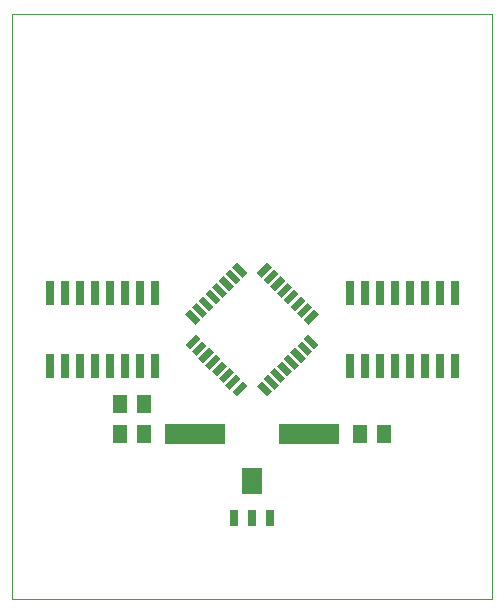
<source format=gbp>
G75*
%MOIN*%
%OFA0B0*%
%FSLAX25Y25*%
%IPPOS*%
%LPD*%
%AMOC8*
5,1,8,0,0,1.08239X$1,22.5*
%
%ADD10C,0.00000*%
%ADD11R,0.05118X0.06299*%
%ADD12R,0.02600X0.08000*%
%ADD13R,0.03150X0.05512*%
%ADD14R,0.07087X0.08661*%
%ADD15R,0.20000X0.07000*%
%ADD16R,0.05000X0.02200*%
%ADD17R,0.02200X0.05000*%
D10*
X0001800Y0001800D02*
X0001800Y0196800D01*
X0161800Y0196800D01*
X0161800Y0001800D01*
X0001800Y0001800D01*
D11*
X0037863Y0056800D03*
X0037863Y0066800D03*
X0045737Y0066800D03*
X0045737Y0056800D03*
X0117863Y0056800D03*
X0125737Y0056800D03*
D12*
X0124300Y0079700D03*
X0119300Y0079700D03*
X0114300Y0079700D03*
X0129300Y0079700D03*
X0134300Y0079700D03*
X0139300Y0079700D03*
X0144300Y0079700D03*
X0149300Y0079700D03*
X0149300Y0103900D03*
X0144300Y0103900D03*
X0139300Y0103900D03*
X0134300Y0103900D03*
X0129300Y0103900D03*
X0124300Y0103900D03*
X0119300Y0103900D03*
X0114300Y0103900D03*
X0049300Y0103900D03*
X0044300Y0103900D03*
X0039300Y0103900D03*
X0034300Y0103900D03*
X0029300Y0103900D03*
X0024300Y0103900D03*
X0019300Y0103900D03*
X0014300Y0103900D03*
X0014300Y0079700D03*
X0019300Y0079700D03*
X0024300Y0079700D03*
X0029300Y0079700D03*
X0034300Y0079700D03*
X0039300Y0079700D03*
X0044300Y0079700D03*
X0049300Y0079700D03*
D13*
X0075894Y0029005D03*
X0081800Y0029005D03*
X0087706Y0029005D03*
D14*
X0081800Y0041131D03*
D15*
X0100800Y0056800D03*
X0062800Y0056800D03*
D16*
G36*
X0077963Y0075271D02*
X0074429Y0071737D01*
X0072873Y0073293D01*
X0076407Y0076827D01*
X0077963Y0075271D01*
G37*
G36*
X0080190Y0073044D02*
X0076656Y0069510D01*
X0075100Y0071066D01*
X0078634Y0074600D01*
X0080190Y0073044D01*
G37*
G36*
X0075736Y0077498D02*
X0072202Y0073964D01*
X0070646Y0075520D01*
X0074180Y0079054D01*
X0075736Y0077498D01*
G37*
G36*
X0073508Y0079725D02*
X0069974Y0076191D01*
X0068418Y0077747D01*
X0071952Y0081281D01*
X0073508Y0079725D01*
G37*
G36*
X0071281Y0081952D02*
X0067747Y0078418D01*
X0066191Y0079974D01*
X0069725Y0083508D01*
X0071281Y0081952D01*
G37*
G36*
X0069054Y0084180D02*
X0065520Y0080646D01*
X0063964Y0082202D01*
X0067498Y0085736D01*
X0069054Y0084180D01*
G37*
G36*
X0066827Y0086407D02*
X0063293Y0082873D01*
X0061737Y0084429D01*
X0065271Y0087963D01*
X0066827Y0086407D01*
G37*
G36*
X0064600Y0088634D02*
X0061066Y0085100D01*
X0059510Y0086656D01*
X0063044Y0090190D01*
X0064600Y0088634D01*
G37*
G36*
X0088500Y0112534D02*
X0084966Y0109000D01*
X0083410Y0110556D01*
X0086944Y0114090D01*
X0088500Y0112534D01*
G37*
G36*
X0090727Y0110307D02*
X0087193Y0106773D01*
X0085637Y0108329D01*
X0089171Y0111863D01*
X0090727Y0110307D01*
G37*
G36*
X0092954Y0108080D02*
X0089420Y0104546D01*
X0087864Y0106102D01*
X0091398Y0109636D01*
X0092954Y0108080D01*
G37*
G36*
X0095182Y0105853D02*
X0091648Y0102319D01*
X0090092Y0103875D01*
X0093626Y0107409D01*
X0095182Y0105853D01*
G37*
G36*
X0097409Y0103626D02*
X0093875Y0100092D01*
X0092319Y0101648D01*
X0095853Y0105182D01*
X0097409Y0103626D01*
G37*
G36*
X0099636Y0101398D02*
X0096102Y0097864D01*
X0094546Y0099420D01*
X0098080Y0102954D01*
X0099636Y0101398D01*
G37*
G36*
X0101863Y0099171D02*
X0098329Y0095637D01*
X0096773Y0097193D01*
X0100307Y0100727D01*
X0101863Y0099171D01*
G37*
G36*
X0104090Y0096944D02*
X0100556Y0093410D01*
X0099000Y0094966D01*
X0102534Y0098500D01*
X0104090Y0096944D01*
G37*
D17*
G36*
X0104090Y0086656D02*
X0102534Y0085100D01*
X0099000Y0088634D01*
X0100556Y0090190D01*
X0104090Y0086656D01*
G37*
G36*
X0101863Y0084429D02*
X0100307Y0082873D01*
X0096773Y0086407D01*
X0098329Y0087963D01*
X0101863Y0084429D01*
G37*
G36*
X0099636Y0082202D02*
X0098080Y0080646D01*
X0094546Y0084180D01*
X0096102Y0085736D01*
X0099636Y0082202D01*
G37*
G36*
X0097409Y0079974D02*
X0095853Y0078418D01*
X0092319Y0081952D01*
X0093875Y0083508D01*
X0097409Y0079974D01*
G37*
G36*
X0095182Y0077747D02*
X0093626Y0076191D01*
X0090092Y0079725D01*
X0091648Y0081281D01*
X0095182Y0077747D01*
G37*
G36*
X0092954Y0075520D02*
X0091398Y0073964D01*
X0087864Y0077498D01*
X0089420Y0079054D01*
X0092954Y0075520D01*
G37*
G36*
X0090727Y0073293D02*
X0089171Y0071737D01*
X0085637Y0075271D01*
X0087193Y0076827D01*
X0090727Y0073293D01*
G37*
G36*
X0088500Y0071066D02*
X0086944Y0069510D01*
X0083410Y0073044D01*
X0084966Y0074600D01*
X0088500Y0071066D01*
G37*
G36*
X0069054Y0099420D02*
X0067498Y0097864D01*
X0063964Y0101398D01*
X0065520Y0102954D01*
X0069054Y0099420D01*
G37*
G36*
X0071281Y0101648D02*
X0069725Y0100092D01*
X0066191Y0103626D01*
X0067747Y0105182D01*
X0071281Y0101648D01*
G37*
G36*
X0073508Y0103875D02*
X0071952Y0102319D01*
X0068418Y0105853D01*
X0069974Y0107409D01*
X0073508Y0103875D01*
G37*
G36*
X0075736Y0106102D02*
X0074180Y0104546D01*
X0070646Y0108080D01*
X0072202Y0109636D01*
X0075736Y0106102D01*
G37*
G36*
X0077963Y0108329D02*
X0076407Y0106773D01*
X0072873Y0110307D01*
X0074429Y0111863D01*
X0077963Y0108329D01*
G37*
G36*
X0080190Y0110556D02*
X0078634Y0109000D01*
X0075100Y0112534D01*
X0076656Y0114090D01*
X0080190Y0110556D01*
G37*
G36*
X0066827Y0097193D02*
X0065271Y0095637D01*
X0061737Y0099171D01*
X0063293Y0100727D01*
X0066827Y0097193D01*
G37*
G36*
X0064600Y0094966D02*
X0063044Y0093410D01*
X0059510Y0096944D01*
X0061066Y0098500D01*
X0064600Y0094966D01*
G37*
M02*

</source>
